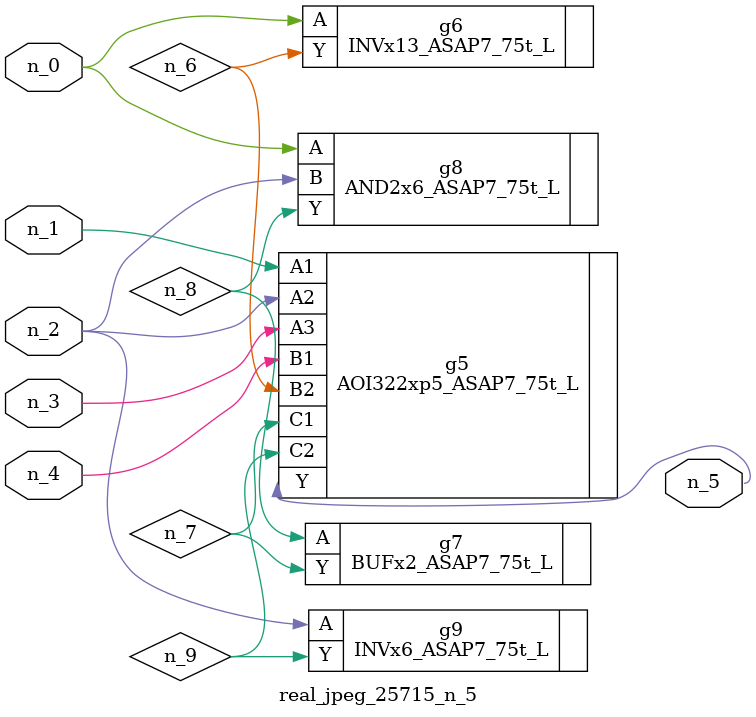
<source format=v>
module real_jpeg_25715_n_5 (n_4, n_0, n_1, n_2, n_3, n_5);

input n_4;
input n_0;
input n_1;
input n_2;
input n_3;

output n_5;

wire n_8;
wire n_6;
wire n_7;
wire n_9;

INVx13_ASAP7_75t_L g6 ( 
.A(n_0),
.Y(n_6)
);

AND2x6_ASAP7_75t_L g8 ( 
.A(n_0),
.B(n_2),
.Y(n_8)
);

AOI322xp5_ASAP7_75t_L g5 ( 
.A1(n_1),
.A2(n_2),
.A3(n_3),
.B1(n_4),
.B2(n_6),
.C1(n_7),
.C2(n_9),
.Y(n_5)
);

INVx6_ASAP7_75t_L g9 ( 
.A(n_2),
.Y(n_9)
);

BUFx2_ASAP7_75t_L g7 ( 
.A(n_8),
.Y(n_7)
);


endmodule
</source>
